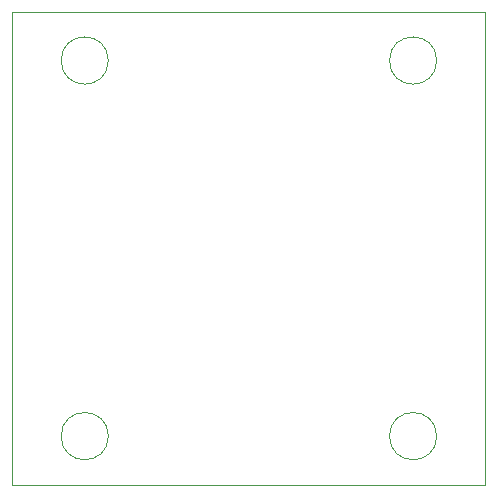
<source format=gm1>
%TF.GenerationSoftware,KiCad,Pcbnew,7.0.2*%
%TF.CreationDate,2023-07-30T21:57:21-04:00*%
%TF.ProjectId,OBC-Flight,4f42432d-466c-4696-9768-742e6b696361,rev?*%
%TF.SameCoordinates,Original*%
%TF.FileFunction,Profile,NP*%
%FSLAX46Y46*%
G04 Gerber Fmt 4.6, Leading zero omitted, Abs format (unit mm)*
G04 Created by KiCad (PCBNEW 7.0.2) date 2023-07-30 21:57:21*
%MOMM*%
%LPD*%
G01*
G04 APERTURE LIST*
%TA.AperFunction,Profile*%
%ADD10C,0.100000*%
%TD*%
G04 APERTURE END LIST*
D10*
X36300000Y-27400000D02*
G75*
G03*
X36300000Y-27400000I-2000000J0D01*
G01*
X36300000Y-59200000D02*
G75*
G03*
X36300000Y-59200000I-2000000J0D01*
G01*
X64100000Y-27400000D02*
G75*
G03*
X64100000Y-27400000I-2000000J0D01*
G01*
X28180000Y-63300000D02*
X68180000Y-63300000D01*
X64100000Y-59200000D02*
G75*
G03*
X64100000Y-59200000I-2000000J0D01*
G01*
X28180000Y-63300000D02*
X28180000Y-23300000D01*
X68180000Y-23300000D02*
X28180000Y-23300000D01*
X68180000Y-63300000D02*
X68180000Y-23300000D01*
M02*

</source>
